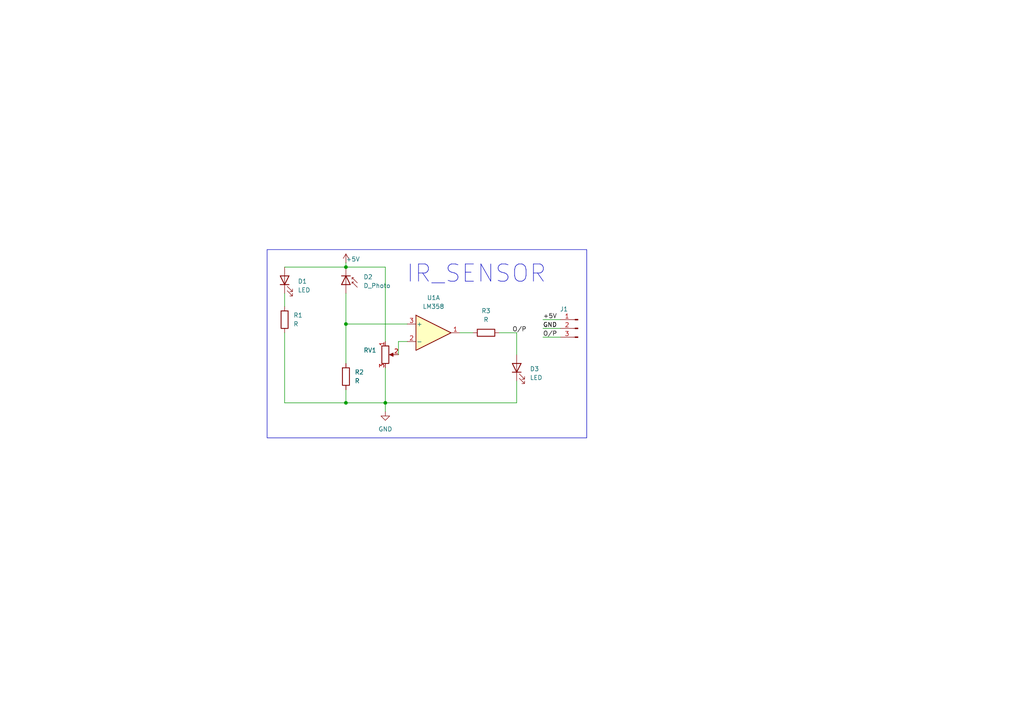
<source format=kicad_sch>
(kicad_sch
	(version 20231120)
	(generator "eeschema")
	(generator_version "8.0")
	(uuid "945f175d-7e58-4d17-87da-ff68f80ecffc")
	(paper "A4")
	(lib_symbols
		(symbol "Amplifier_Operational:LM358"
			(pin_names
				(offset 0.127)
			)
			(exclude_from_sim no)
			(in_bom yes)
			(on_board yes)
			(property "Reference" "U"
				(at 0 5.08 0)
				(effects
					(font
						(size 1.27 1.27)
					)
					(justify left)
				)
			)
			(property "Value" "LM358"
				(at 0 -5.08 0)
				(effects
					(font
						(size 1.27 1.27)
					)
					(justify left)
				)
			)
			(property "Footprint" ""
				(at 0 0 0)
				(effects
					(font
						(size 1.27 1.27)
					)
					(hide yes)
				)
			)
			(property "Datasheet" "http://www.ti.com/lit/ds/symlink/lm2904-n.pdf"
				(at 0 0 0)
				(effects
					(font
						(size 1.27 1.27)
					)
					(hide yes)
				)
			)
			(property "Description" "Low-Power, Dual Operational Amplifiers, DIP-8/SOIC-8/TO-99-8"
				(at 0 0 0)
				(effects
					(font
						(size 1.27 1.27)
					)
					(hide yes)
				)
			)
			(property "ki_locked" ""
				(at 0 0 0)
				(effects
					(font
						(size 1.27 1.27)
					)
				)
			)
			(property "ki_keywords" "dual opamp"
				(at 0 0 0)
				(effects
					(font
						(size 1.27 1.27)
					)
					(hide yes)
				)
			)
			(property "ki_fp_filters" "SOIC*3.9x4.9mm*P1.27mm* DIP*W7.62mm* TO*99* OnSemi*Micro8* TSSOP*3x3mm*P0.65mm* TSSOP*4.4x3mm*P0.65mm* MSOP*3x3mm*P0.65mm* SSOP*3.9x4.9mm*P0.635mm* LFCSP*2x2mm*P0.5mm* *SIP* SOIC*5.3x6.2mm*P1.27mm*"
				(at 0 0 0)
				(effects
					(font
						(size 1.27 1.27)
					)
					(hide yes)
				)
			)
			(symbol "LM358_1_1"
				(polyline
					(pts
						(xy -5.08 5.08) (xy 5.08 0) (xy -5.08 -5.08) (xy -5.08 5.08)
					)
					(stroke
						(width 0.254)
						(type default)
					)
					(fill
						(type background)
					)
				)
				(pin output line
					(at 7.62 0 180)
					(length 2.54)
					(name "~"
						(effects
							(font
								(size 1.27 1.27)
							)
						)
					)
					(number "1"
						(effects
							(font
								(size 1.27 1.27)
							)
						)
					)
				)
				(pin input line
					(at -7.62 -2.54 0)
					(length 2.54)
					(name "-"
						(effects
							(font
								(size 1.27 1.27)
							)
						)
					)
					(number "2"
						(effects
							(font
								(size 1.27 1.27)
							)
						)
					)
				)
				(pin input line
					(at -7.62 2.54 0)
					(length 2.54)
					(name "+"
						(effects
							(font
								(size 1.27 1.27)
							)
						)
					)
					(number "3"
						(effects
							(font
								(size 1.27 1.27)
							)
						)
					)
				)
			)
			(symbol "LM358_2_1"
				(polyline
					(pts
						(xy -5.08 5.08) (xy 5.08 0) (xy -5.08 -5.08) (xy -5.08 5.08)
					)
					(stroke
						(width 0.254)
						(type default)
					)
					(fill
						(type background)
					)
				)
				(pin input line
					(at -7.62 2.54 0)
					(length 2.54)
					(name "+"
						(effects
							(font
								(size 1.27 1.27)
							)
						)
					)
					(number "5"
						(effects
							(font
								(size 1.27 1.27)
							)
						)
					)
				)
				(pin input line
					(at -7.62 -2.54 0)
					(length 2.54)
					(name "-"
						(effects
							(font
								(size 1.27 1.27)
							)
						)
					)
					(number "6"
						(effects
							(font
								(size 1.27 1.27)
							)
						)
					)
				)
				(pin output line
					(at 7.62 0 180)
					(length 2.54)
					(name "~"
						(effects
							(font
								(size 1.27 1.27)
							)
						)
					)
					(number "7"
						(effects
							(font
								(size 1.27 1.27)
							)
						)
					)
				)
			)
			(symbol "LM358_3_1"
				(pin power_in line
					(at -2.54 -7.62 90)
					(length 3.81)
					(name "V-"
						(effects
							(font
								(size 1.27 1.27)
							)
						)
					)
					(number "4"
						(effects
							(font
								(size 1.27 1.27)
							)
						)
					)
				)
				(pin power_in line
					(at -2.54 7.62 270)
					(length 3.81)
					(name "V+"
						(effects
							(font
								(size 1.27 1.27)
							)
						)
					)
					(number "8"
						(effects
							(font
								(size 1.27 1.27)
							)
						)
					)
				)
			)
		)
		(symbol "Connector:Conn_01x03_Pin"
			(pin_names
				(offset 1.016) hide)
			(exclude_from_sim no)
			(in_bom yes)
			(on_board yes)
			(property "Reference" "J"
				(at 0 5.08 0)
				(effects
					(font
						(size 1.27 1.27)
					)
				)
			)
			(property "Value" "Conn_01x03_Pin"
				(at 0 -5.08 0)
				(effects
					(font
						(size 1.27 1.27)
					)
				)
			)
			(property "Footprint" ""
				(at 0 0 0)
				(effects
					(font
						(size 1.27 1.27)
					)
					(hide yes)
				)
			)
			(property "Datasheet" "~"
				(at 0 0 0)
				(effects
					(font
						(size 1.27 1.27)
					)
					(hide yes)
				)
			)
			(property "Description" "Generic connector, single row, 01x03, script generated"
				(at 0 0 0)
				(effects
					(font
						(size 1.27 1.27)
					)
					(hide yes)
				)
			)
			(property "ki_locked" ""
				(at 0 0 0)
				(effects
					(font
						(size 1.27 1.27)
					)
				)
			)
			(property "ki_keywords" "connector"
				(at 0 0 0)
				(effects
					(font
						(size 1.27 1.27)
					)
					(hide yes)
				)
			)
			(property "ki_fp_filters" "Connector*:*_1x??_*"
				(at 0 0 0)
				(effects
					(font
						(size 1.27 1.27)
					)
					(hide yes)
				)
			)
			(symbol "Conn_01x03_Pin_1_1"
				(polyline
					(pts
						(xy 1.27 -2.54) (xy 0.8636 -2.54)
					)
					(stroke
						(width 0.1524)
						(type default)
					)
					(fill
						(type none)
					)
				)
				(polyline
					(pts
						(xy 1.27 0) (xy 0.8636 0)
					)
					(stroke
						(width 0.1524)
						(type default)
					)
					(fill
						(type none)
					)
				)
				(polyline
					(pts
						(xy 1.27 2.54) (xy 0.8636 2.54)
					)
					(stroke
						(width 0.1524)
						(type default)
					)
					(fill
						(type none)
					)
				)
				(rectangle
					(start 0.8636 -2.413)
					(end 0 -2.667)
					(stroke
						(width 0.1524)
						(type default)
					)
					(fill
						(type outline)
					)
				)
				(rectangle
					(start 0.8636 0.127)
					(end 0 -0.127)
					(stroke
						(width 0.1524)
						(type default)
					)
					(fill
						(type outline)
					)
				)
				(rectangle
					(start 0.8636 2.667)
					(end 0 2.413)
					(stroke
						(width 0.1524)
						(type default)
					)
					(fill
						(type outline)
					)
				)
				(pin passive line
					(at 5.08 2.54 180)
					(length 3.81)
					(name "Pin_1"
						(effects
							(font
								(size 1.27 1.27)
							)
						)
					)
					(number "1"
						(effects
							(font
								(size 1.27 1.27)
							)
						)
					)
				)
				(pin passive line
					(at 5.08 0 180)
					(length 3.81)
					(name "Pin_2"
						(effects
							(font
								(size 1.27 1.27)
							)
						)
					)
					(number "2"
						(effects
							(font
								(size 1.27 1.27)
							)
						)
					)
				)
				(pin passive line
					(at 5.08 -2.54 180)
					(length 3.81)
					(name "Pin_3"
						(effects
							(font
								(size 1.27 1.27)
							)
						)
					)
					(number "3"
						(effects
							(font
								(size 1.27 1.27)
							)
						)
					)
				)
			)
		)
		(symbol "Device:D_Photo"
			(pin_numbers hide)
			(pin_names hide)
			(exclude_from_sim no)
			(in_bom yes)
			(on_board yes)
			(property "Reference" "D"
				(at 0.508 1.778 0)
				(effects
					(font
						(size 1.27 1.27)
					)
					(justify left)
				)
			)
			(property "Value" "D_Photo"
				(at -1.016 -2.794 0)
				(effects
					(font
						(size 1.27 1.27)
					)
				)
			)
			(property "Footprint" ""
				(at -1.27 0 0)
				(effects
					(font
						(size 1.27 1.27)
					)
					(hide yes)
				)
			)
			(property "Datasheet" "~"
				(at -1.27 0 0)
				(effects
					(font
						(size 1.27 1.27)
					)
					(hide yes)
				)
			)
			(property "Description" "Photodiode"
				(at 0 0 0)
				(effects
					(font
						(size 1.27 1.27)
					)
					(hide yes)
				)
			)
			(property "ki_keywords" "photodiode diode opto"
				(at 0 0 0)
				(effects
					(font
						(size 1.27 1.27)
					)
					(hide yes)
				)
			)
			(symbol "D_Photo_0_1"
				(polyline
					(pts
						(xy -2.54 1.27) (xy -2.54 -1.27)
					)
					(stroke
						(width 0.254)
						(type default)
					)
					(fill
						(type none)
					)
				)
				(polyline
					(pts
						(xy -2.032 1.778) (xy -1.524 1.778)
					)
					(stroke
						(width 0)
						(type default)
					)
					(fill
						(type none)
					)
				)
				(polyline
					(pts
						(xy 0 0) (xy -2.54 0)
					)
					(stroke
						(width 0)
						(type default)
					)
					(fill
						(type none)
					)
				)
				(polyline
					(pts
						(xy -0.508 3.302) (xy -2.032 1.778) (xy -2.032 2.286)
					)
					(stroke
						(width 0)
						(type default)
					)
					(fill
						(type none)
					)
				)
				(polyline
					(pts
						(xy 0 -1.27) (xy 0 1.27) (xy -2.54 0) (xy 0 -1.27)
					)
					(stroke
						(width 0.254)
						(type default)
					)
					(fill
						(type none)
					)
				)
				(polyline
					(pts
						(xy 0.762 3.302) (xy -0.762 1.778) (xy -0.762 2.286) (xy -0.762 1.778) (xy -0.254 1.778)
					)
					(stroke
						(width 0)
						(type default)
					)
					(fill
						(type none)
					)
				)
			)
			(symbol "D_Photo_1_1"
				(pin passive line
					(at -5.08 0 0)
					(length 2.54)
					(name "K"
						(effects
							(font
								(size 1.27 1.27)
							)
						)
					)
					(number "1"
						(effects
							(font
								(size 1.27 1.27)
							)
						)
					)
				)
				(pin passive line
					(at 2.54 0 180)
					(length 2.54)
					(name "A"
						(effects
							(font
								(size 1.27 1.27)
							)
						)
					)
					(number "2"
						(effects
							(font
								(size 1.27 1.27)
							)
						)
					)
				)
			)
		)
		(symbol "Device:LED"
			(pin_numbers hide)
			(pin_names
				(offset 1.016) hide)
			(exclude_from_sim no)
			(in_bom yes)
			(on_board yes)
			(property "Reference" "D"
				(at 0 2.54 0)
				(effects
					(font
						(size 1.27 1.27)
					)
				)
			)
			(property "Value" "LED"
				(at 0 -2.54 0)
				(effects
					(font
						(size 1.27 1.27)
					)
				)
			)
			(property "Footprint" ""
				(at 0 0 0)
				(effects
					(font
						(size 1.27 1.27)
					)
					(hide yes)
				)
			)
			(property "Datasheet" "~"
				(at 0 0 0)
				(effects
					(font
						(size 1.27 1.27)
					)
					(hide yes)
				)
			)
			(property "Description" "Light emitting diode"
				(at 0 0 0)
				(effects
					(font
						(size 1.27 1.27)
					)
					(hide yes)
				)
			)
			(property "ki_keywords" "LED diode"
				(at 0 0 0)
				(effects
					(font
						(size 1.27 1.27)
					)
					(hide yes)
				)
			)
			(property "ki_fp_filters" "LED* LED_SMD:* LED_THT:*"
				(at 0 0 0)
				(effects
					(font
						(size 1.27 1.27)
					)
					(hide yes)
				)
			)
			(symbol "LED_0_1"
				(polyline
					(pts
						(xy -1.27 -1.27) (xy -1.27 1.27)
					)
					(stroke
						(width 0.254)
						(type default)
					)
					(fill
						(type none)
					)
				)
				(polyline
					(pts
						(xy -1.27 0) (xy 1.27 0)
					)
					(stroke
						(width 0)
						(type default)
					)
					(fill
						(type none)
					)
				)
				(polyline
					(pts
						(xy 1.27 -1.27) (xy 1.27 1.27) (xy -1.27 0) (xy 1.27 -1.27)
					)
					(stroke
						(width 0.254)
						(type default)
					)
					(fill
						(type none)
					)
				)
				(polyline
					(pts
						(xy -3.048 -0.762) (xy -4.572 -2.286) (xy -3.81 -2.286) (xy -4.572 -2.286) (xy -4.572 -1.524)
					)
					(stroke
						(width 0)
						(type default)
					)
					(fill
						(type none)
					)
				)
				(polyline
					(pts
						(xy -1.778 -0.762) (xy -3.302 -2.286) (xy -2.54 -2.286) (xy -3.302 -2.286) (xy -3.302 -1.524)
					)
					(stroke
						(width 0)
						(type default)
					)
					(fill
						(type none)
					)
				)
			)
			(symbol "LED_1_1"
				(pin passive line
					(at -3.81 0 0)
					(length 2.54)
					(name "K"
						(effects
							(font
								(size 1.27 1.27)
							)
						)
					)
					(number "1"
						(effects
							(font
								(size 1.27 1.27)
							)
						)
					)
				)
				(pin passive line
					(at 3.81 0 180)
					(length 2.54)
					(name "A"
						(effects
							(font
								(size 1.27 1.27)
							)
						)
					)
					(number "2"
						(effects
							(font
								(size 1.27 1.27)
							)
						)
					)
				)
			)
		)
		(symbol "Device:R"
			(pin_numbers hide)
			(pin_names
				(offset 0)
			)
			(exclude_from_sim no)
			(in_bom yes)
			(on_board yes)
			(property "Reference" "R"
				(at 2.032 0 90)
				(effects
					(font
						(size 1.27 1.27)
					)
				)
			)
			(property "Value" "R"
				(at 0 0 90)
				(effects
					(font
						(size 1.27 1.27)
					)
				)
			)
			(property "Footprint" ""
				(at -1.778 0 90)
				(effects
					(font
						(size 1.27 1.27)
					)
					(hide yes)
				)
			)
			(property "Datasheet" "~"
				(at 0 0 0)
				(effects
					(font
						(size 1.27 1.27)
					)
					(hide yes)
				)
			)
			(property "Description" "Resistor"
				(at 0 0 0)
				(effects
					(font
						(size 1.27 1.27)
					)
					(hide yes)
				)
			)
			(property "ki_keywords" "R res resistor"
				(at 0 0 0)
				(effects
					(font
						(size 1.27 1.27)
					)
					(hide yes)
				)
			)
			(property "ki_fp_filters" "R_*"
				(at 0 0 0)
				(effects
					(font
						(size 1.27 1.27)
					)
					(hide yes)
				)
			)
			(symbol "R_0_1"
				(rectangle
					(start -1.016 -2.54)
					(end 1.016 2.54)
					(stroke
						(width 0.254)
						(type default)
					)
					(fill
						(type none)
					)
				)
			)
			(symbol "R_1_1"
				(pin passive line
					(at 0 3.81 270)
					(length 1.27)
					(name "~"
						(effects
							(font
								(size 1.27 1.27)
							)
						)
					)
					(number "1"
						(effects
							(font
								(size 1.27 1.27)
							)
						)
					)
				)
				(pin passive line
					(at 0 -3.81 90)
					(length 1.27)
					(name "~"
						(effects
							(font
								(size 1.27 1.27)
							)
						)
					)
					(number "2"
						(effects
							(font
								(size 1.27 1.27)
							)
						)
					)
				)
			)
		)
		(symbol "Device:R_Potentiometer"
			(pin_names
				(offset 1.016) hide)
			(exclude_from_sim no)
			(in_bom yes)
			(on_board yes)
			(property "Reference" "RV"
				(at -4.445 0 90)
				(effects
					(font
						(size 1.27 1.27)
					)
				)
			)
			(property "Value" "R_Potentiometer"
				(at -2.54 0 90)
				(effects
					(font
						(size 1.27 1.27)
					)
				)
			)
			(property "Footprint" ""
				(at 0 0 0)
				(effects
					(font
						(size 1.27 1.27)
					)
					(hide yes)
				)
			)
			(property "Datasheet" "~"
				(at 0 0 0)
				(effects
					(font
						(size 1.27 1.27)
					)
					(hide yes)
				)
			)
			(property "Description" "Potentiometer"
				(at 0 0 0)
				(effects
					(font
						(size 1.27 1.27)
					)
					(hide yes)
				)
			)
			(property "ki_keywords" "resistor variable"
				(at 0 0 0)
				(effects
					(font
						(size 1.27 1.27)
					)
					(hide yes)
				)
			)
			(property "ki_fp_filters" "Potentiometer*"
				(at 0 0 0)
				(effects
					(font
						(size 1.27 1.27)
					)
					(hide yes)
				)
			)
			(symbol "R_Potentiometer_0_1"
				(polyline
					(pts
						(xy 2.54 0) (xy 1.524 0)
					)
					(stroke
						(width 0)
						(type default)
					)
					(fill
						(type none)
					)
				)
				(polyline
					(pts
						(xy 1.143 0) (xy 2.286 0.508) (xy 2.286 -0.508) (xy 1.143 0)
					)
					(stroke
						(width 0)
						(type default)
					)
					(fill
						(type outline)
					)
				)
				(rectangle
					(start 1.016 2.54)
					(end -1.016 -2.54)
					(stroke
						(width 0.254)
						(type default)
					)
					(fill
						(type none)
					)
				)
			)
			(symbol "R_Potentiometer_1_1"
				(pin passive line
					(at 0 3.81 270)
					(length 1.27)
					(name "1"
						(effects
							(font
								(size 1.27 1.27)
							)
						)
					)
					(number "1"
						(effects
							(font
								(size 1.27 1.27)
							)
						)
					)
				)
				(pin passive line
					(at 3.81 0 180)
					(length 1.27)
					(name "2"
						(effects
							(font
								(size 1.27 1.27)
							)
						)
					)
					(number "2"
						(effects
							(font
								(size 1.27 1.27)
							)
						)
					)
				)
				(pin passive line
					(at 0 -3.81 90)
					(length 1.27)
					(name "3"
						(effects
							(font
								(size 1.27 1.27)
							)
						)
					)
					(number "3"
						(effects
							(font
								(size 1.27 1.27)
							)
						)
					)
				)
			)
		)
		(symbol "power:+5V"
			(power)
			(pin_numbers hide)
			(pin_names
				(offset 0) hide)
			(exclude_from_sim no)
			(in_bom yes)
			(on_board yes)
			(property "Reference" "#PWR"
				(at 0 -3.81 0)
				(effects
					(font
						(size 1.27 1.27)
					)
					(hide yes)
				)
			)
			(property "Value" "+5V"
				(at 0 3.556 0)
				(effects
					(font
						(size 1.27 1.27)
					)
				)
			)
			(property "Footprint" ""
				(at 0 0 0)
				(effects
					(font
						(size 1.27 1.27)
					)
					(hide yes)
				)
			)
			(property "Datasheet" ""
				(at 0 0 0)
				(effects
					(font
						(size 1.27 1.27)
					)
					(hide yes)
				)
			)
			(property "Description" "Power symbol creates a global label with name \"+5V\""
				(at 0 0 0)
				(effects
					(font
						(size 1.27 1.27)
					)
					(hide yes)
				)
			)
			(property "ki_keywords" "global power"
				(at 0 0 0)
				(effects
					(font
						(size 1.27 1.27)
					)
					(hide yes)
				)
			)
			(symbol "+5V_0_1"
				(polyline
					(pts
						(xy -0.762 1.27) (xy 0 2.54)
					)
					(stroke
						(width 0)
						(type default)
					)
					(fill
						(type none)
					)
				)
				(polyline
					(pts
						(xy 0 0) (xy 0 2.54)
					)
					(stroke
						(width 0)
						(type default)
					)
					(fill
						(type none)
					)
				)
				(polyline
					(pts
						(xy 0 2.54) (xy 0.762 1.27)
					)
					(stroke
						(width 0)
						(type default)
					)
					(fill
						(type none)
					)
				)
			)
			(symbol "+5V_1_1"
				(pin power_in line
					(at 0 0 90)
					(length 0)
					(name "~"
						(effects
							(font
								(size 1.27 1.27)
							)
						)
					)
					(number "1"
						(effects
							(font
								(size 1.27 1.27)
							)
						)
					)
				)
			)
		)
		(symbol "power:GND"
			(power)
			(pin_numbers hide)
			(pin_names
				(offset 0) hide)
			(exclude_from_sim no)
			(in_bom yes)
			(on_board yes)
			(property "Reference" "#PWR"
				(at 0 -6.35 0)
				(effects
					(font
						(size 1.27 1.27)
					)
					(hide yes)
				)
			)
			(property "Value" "GND"
				(at 0 -3.81 0)
				(effects
					(font
						(size 1.27 1.27)
					)
				)
			)
			(property "Footprint" ""
				(at 0 0 0)
				(effects
					(font
						(size 1.27 1.27)
					)
					(hide yes)
				)
			)
			(property "Datasheet" ""
				(at 0 0 0)
				(effects
					(font
						(size 1.27 1.27)
					)
					(hide yes)
				)
			)
			(property "Description" "Power symbol creates a global label with name \"GND\" , ground"
				(at 0 0 0)
				(effects
					(font
						(size 1.27 1.27)
					)
					(hide yes)
				)
			)
			(property "ki_keywords" "global power"
				(at 0 0 0)
				(effects
					(font
						(size 1.27 1.27)
					)
					(hide yes)
				)
			)
			(symbol "GND_0_1"
				(polyline
					(pts
						(xy 0 0) (xy 0 -1.27) (xy 1.27 -1.27) (xy 0 -2.54) (xy -1.27 -1.27) (xy 0 -1.27)
					)
					(stroke
						(width 0)
						(type default)
					)
					(fill
						(type none)
					)
				)
			)
			(symbol "GND_1_1"
				(pin power_in line
					(at 0 0 270)
					(length 0)
					(name "~"
						(effects
							(font
								(size 1.27 1.27)
							)
						)
					)
					(number "1"
						(effects
							(font
								(size 1.27 1.27)
							)
						)
					)
				)
			)
		)
	)
	(junction
		(at 100.33 116.84)
		(diameter 0)
		(color 0 0 0 0)
		(uuid "27dfb5db-3a99-4399-8419-d95fd141e909")
	)
	(junction
		(at 100.33 77.47)
		(diameter 0)
		(color 0 0 0 0)
		(uuid "89e54d5f-a194-49c7-9f27-96bf184f4a29")
	)
	(junction
		(at 111.76 116.84)
		(diameter 0)
		(color 0 0 0 0)
		(uuid "b11423d2-0988-45f8-a028-e94570966f76")
	)
	(junction
		(at 100.33 93.98)
		(diameter 0)
		(color 0 0 0 0)
		(uuid "fd5c982c-c435-4469-a674-c355098f30fa")
	)
	(wire
		(pts
			(xy 157.48 92.71) (xy 162.56 92.71)
		)
		(stroke
			(width 0)
			(type default)
		)
		(uuid "00e5a6dd-79d5-4a48-ad8c-7c1890a2fdc5")
	)
	(wire
		(pts
			(xy 149.86 110.49) (xy 149.86 116.84)
		)
		(stroke
			(width 0)
			(type default)
		)
		(uuid "01607c94-8233-4508-a9e7-9695922e35bc")
	)
	(wire
		(pts
			(xy 100.33 116.84) (xy 111.76 116.84)
		)
		(stroke
			(width 0)
			(type default)
		)
		(uuid "12789a6a-c10b-4647-ae76-7beba9c4f185")
	)
	(wire
		(pts
			(xy 82.55 116.84) (xy 82.55 96.52)
		)
		(stroke
			(width 0)
			(type default)
		)
		(uuid "1846542f-3d87-4a3e-8571-ede001542c0e")
	)
	(wire
		(pts
			(xy 111.76 77.47) (xy 100.33 77.47)
		)
		(stroke
			(width 0)
			(type default)
		)
		(uuid "2ba96f2a-88c4-439e-923f-87b3e3833a0e")
	)
	(wire
		(pts
			(xy 157.48 97.79) (xy 162.56 97.79)
		)
		(stroke
			(width 0)
			(type default)
		)
		(uuid "2e92f4fa-3d14-448c-a9da-c0cfe384ceb4")
	)
	(wire
		(pts
			(xy 82.55 77.47) (xy 100.33 77.47)
		)
		(stroke
			(width 0)
			(type default)
		)
		(uuid "33d292bd-0bd6-4786-89f4-daafbabea42d")
	)
	(wire
		(pts
			(xy 100.33 113.03) (xy 100.33 116.84)
		)
		(stroke
			(width 0)
			(type default)
		)
		(uuid "515d69d9-2f1f-456e-b1c7-05f1691df129")
	)
	(wire
		(pts
			(xy 118.11 93.98) (xy 100.33 93.98)
		)
		(stroke
			(width 0)
			(type default)
		)
		(uuid "7763b3e9-a834-47fc-aade-280956e77304")
	)
	(wire
		(pts
			(xy 100.33 85.09) (xy 100.33 93.98)
		)
		(stroke
			(width 0)
			(type default)
		)
		(uuid "78c40cf9-577b-47d2-9157-ef9b89f6f0d3")
	)
	(wire
		(pts
			(xy 82.55 116.84) (xy 100.33 116.84)
		)
		(stroke
			(width 0)
			(type default)
		)
		(uuid "84a3f418-4410-4055-a03d-45cfa7216739")
	)
	(wire
		(pts
			(xy 149.86 96.52) (xy 149.86 102.87)
		)
		(stroke
			(width 0)
			(type default)
		)
		(uuid "878f6b4a-7b3b-48b3-8173-046b9423aa5f")
	)
	(wire
		(pts
			(xy 133.35 96.52) (xy 137.16 96.52)
		)
		(stroke
			(width 0)
			(type default)
		)
		(uuid "98efd9eb-d039-452b-a136-d610eb2aa945")
	)
	(wire
		(pts
			(xy 100.33 76.2) (xy 100.33 77.47)
		)
		(stroke
			(width 0)
			(type default)
		)
		(uuid "b90c04ad-b31f-42a4-91b8-a32d36546e4c")
	)
	(wire
		(pts
			(xy 157.48 95.25) (xy 162.56 95.25)
		)
		(stroke
			(width 0)
			(type default)
		)
		(uuid "badefe27-e460-49a3-bf0c-66f50e38d816")
	)
	(wire
		(pts
			(xy 111.76 99.06) (xy 111.76 77.47)
		)
		(stroke
			(width 0)
			(type default)
		)
		(uuid "bf181a77-5022-4a91-9d70-0faf06c35f7e")
	)
	(wire
		(pts
			(xy 111.76 106.68) (xy 111.76 116.84)
		)
		(stroke
			(width 0)
			(type default)
		)
		(uuid "c11cc8fe-7d32-4cdb-a69f-e827a8436ee9")
	)
	(wire
		(pts
			(xy 115.57 102.87) (xy 115.57 99.06)
		)
		(stroke
			(width 0)
			(type default)
		)
		(uuid "c23939ba-a3e2-42d9-ad12-154d88f04ab3")
	)
	(wire
		(pts
			(xy 82.55 85.09) (xy 82.55 88.9)
		)
		(stroke
			(width 0)
			(type default)
		)
		(uuid "cb9e5cab-7ebb-41c4-87db-ca0097eb4364")
	)
	(wire
		(pts
			(xy 111.76 119.38) (xy 111.76 116.84)
		)
		(stroke
			(width 0)
			(type default)
		)
		(uuid "df2c79ce-5303-4952-9779-491fd7382f08")
	)
	(wire
		(pts
			(xy 144.78 96.52) (xy 149.86 96.52)
		)
		(stroke
			(width 0)
			(type default)
		)
		(uuid "e164d571-a21d-4827-8c63-2711e9070ffb")
	)
	(wire
		(pts
			(xy 100.33 93.98) (xy 100.33 105.41)
		)
		(stroke
			(width 0)
			(type default)
		)
		(uuid "e24e2ad3-4e20-4758-94dd-e0e837be3d7a")
	)
	(wire
		(pts
			(xy 149.86 116.84) (xy 111.76 116.84)
		)
		(stroke
			(width 0)
			(type default)
		)
		(uuid "ed179c69-af98-4550-8f23-b58d4aa56e13")
	)
	(wire
		(pts
			(xy 115.57 99.06) (xy 118.11 99.06)
		)
		(stroke
			(width 0)
			(type default)
		)
		(uuid "ffccc4d2-9935-4d7b-b9fd-98bb223a8fb9")
	)
	(rectangle
		(start 77.47 72.39)
		(end 170.18 127)
		(stroke
			(width 0)
			(type default)
		)
		(fill
			(type none)
		)
		(uuid 13bfc75b-9a13-4fca-ab0f-e0a8f5dc93ec)
	)
	(text "IR_SENSOR"
		(exclude_from_sim no)
		(at 138.176 79.502 0)
		(effects
			(font
				(size 5 5)
			)
		)
		(uuid "156e947e-e599-4100-a3a5-84df028571ff")
	)
	(label "GND"
		(at 157.48 95.25 0)
		(fields_autoplaced yes)
		(effects
			(font
				(size 1.27 1.27)
			)
			(justify left bottom)
		)
		(uuid "18119079-02b1-4318-95c2-0ff8080be490")
	)
	(label "O{slash}P"
		(at 157.48 97.79 0)
		(fields_autoplaced yes)
		(effects
			(font
				(size 1.27 1.27)
			)
			(justify left bottom)
		)
		(uuid "3c9df27f-2376-4648-8c40-31cf2eb5a7ac")
	)
	(label "O{slash}P"
		(at 148.59 96.52 0)
		(fields_autoplaced yes)
		(effects
			(font
				(size 1.27 1.27)
			)
			(justify left bottom)
		)
		(uuid "64da4b8f-7cb8-4495-9f8a-1807ad0005d3")
	)
	(label "+5V"
		(at 157.48 92.71 0)
		(fields_autoplaced yes)
		(effects
			(font
				(size 1.27 1.27)
			)
			(justify left bottom)
		)
		(uuid "b654ff08-65b8-4349-94d1-d9f98e57671a")
	)
	(label "GND"
		(at 157.48 95.25 0)
		(fields_autoplaced yes)
		(effects
			(font
				(size 1.27 1.27)
			)
			(justify left bottom)
		)
		(uuid "d6123834-be79-49a7-beba-646f326a1ed8")
	)
	(symbol
		(lib_id "power:+5V")
		(at 100.33 76.2 0)
		(unit 1)
		(exclude_from_sim no)
		(in_bom yes)
		(on_board yes)
		(dnp no)
		(uuid "20f198a4-2ae9-4e97-ab05-c0c533581feb")
		(property "Reference" "#PWR02"
			(at 100.33 80.01 0)
			(effects
				(font
					(size 1.27 1.27)
				)
				(hide yes)
			)
		)
		(property "Value" "+5V"
			(at 102.362 75.184 0)
			(effects
				(font
					(size 1.27 1.27)
				)
			)
		)
		(property "Footprint" ""
			(at 100.33 76.2 0)
			(effects
				(font
					(size 1.27 1.27)
				)
				(hide yes)
			)
		)
		(property "Datasheet" ""
			(at 100.33 76.2 0)
			(effects
				(font
					(size 1.27 1.27)
				)
				(hide yes)
			)
		)
		(property "Description" "Power symbol creates a global label with name \"+5V\""
			(at 100.33 76.2 0)
			(effects
				(font
					(size 1.27 1.27)
				)
				(hide yes)
			)
		)
		(pin "1"
			(uuid "a76222a2-02f0-4730-9896-fadd13fb28fb")
		)
		(instances
			(project "IR_sensor"
				(path "/945f175d-7e58-4d17-87da-ff68f80ecffc"
					(reference "#PWR02")
					(unit 1)
				)
			)
		)
	)
	(symbol
		(lib_id "Device:R")
		(at 100.33 109.22 0)
		(unit 1)
		(exclude_from_sim no)
		(in_bom yes)
		(on_board yes)
		(dnp no)
		(fields_autoplaced yes)
		(uuid "2f5f3698-2229-4d5a-8d70-8511d50862ec")
		(property "Reference" "R2"
			(at 102.87 107.9499 0)
			(effects
				(font
					(size 1.27 1.27)
				)
				(justify left)
			)
		)
		(property "Value" "R"
			(at 102.87 110.4899 0)
			(effects
				(font
					(size 1.27 1.27)
				)
				(justify left)
			)
		)
		(property "Footprint" "Resistor_SMD:R_0805_2012Metric"
			(at 98.552 109.22 90)
			(effects
				(font
					(size 1.27 1.27)
				)
				(hide yes)
			)
		)
		(property "Datasheet" "~"
			(at 100.33 109.22 0)
			(effects
				(font
					(size 1.27 1.27)
				)
				(hide yes)
			)
		)
		(property "Description" "Resistor"
			(at 100.33 109.22 0)
			(effects
				(font
					(size 1.27 1.27)
				)
				(hide yes)
			)
		)
		(pin "1"
			(uuid "aff7c21f-b8f4-48ed-bcd6-e5481007d183")
		)
		(pin "2"
			(uuid "a0c22282-f069-49cb-8754-2634ccfaf995")
		)
		(instances
			(project "IR_sensor"
				(path "/945f175d-7e58-4d17-87da-ff68f80ecffc"
					(reference "R2")
					(unit 1)
				)
			)
		)
	)
	(symbol
		(lib_id "power:GND")
		(at 111.76 119.38 0)
		(unit 1)
		(exclude_from_sim no)
		(in_bom yes)
		(on_board yes)
		(dnp no)
		(uuid "588d1ac1-ed5a-4815-b592-77e400030288")
		(property "Reference" "#PWR01"
			(at 111.76 125.73 0)
			(effects
				(font
					(size 1.27 1.27)
				)
				(hide yes)
			)
		)
		(property "Value" "GND"
			(at 111.76 124.46 0)
			(effects
				(font
					(size 1.27 1.27)
				)
			)
		)
		(property "Footprint" ""
			(at 111.76 119.38 0)
			(effects
				(font
					(size 1.27 1.27)
				)
				(hide yes)
			)
		)
		(property "Datasheet" ""
			(at 111.76 119.38 0)
			(effects
				(font
					(size 1.27 1.27)
				)
				(hide yes)
			)
		)
		(property "Description" "Power symbol creates a global label with name \"GND\" , ground"
			(at 111.76 119.38 0)
			(effects
				(font
					(size 1.27 1.27)
				)
				(hide yes)
			)
		)
		(pin "1"
			(uuid "f570fc50-df6a-41d8-ba78-7cc0240dba88")
		)
		(instances
			(project "IR_sensor"
				(path "/945f175d-7e58-4d17-87da-ff68f80ecffc"
					(reference "#PWR01")
					(unit 1)
				)
			)
		)
	)
	(symbol
		(lib_id "Device:R")
		(at 140.97 96.52 90)
		(unit 1)
		(exclude_from_sim no)
		(in_bom yes)
		(on_board yes)
		(dnp no)
		(fields_autoplaced yes)
		(uuid "65f31f6a-0018-4d52-b15f-e9b7f9fc0522")
		(property "Reference" "R3"
			(at 140.97 90.17 90)
			(effects
				(font
					(size 1.27 1.27)
				)
			)
		)
		(property "Value" "R"
			(at 140.97 92.71 90)
			(effects
				(font
					(size 1.27 1.27)
				)
			)
		)
		(property "Footprint" "Resistor_SMD:R_0805_2012Metric"
			(at 140.97 98.298 90)
			(effects
				(font
					(size 1.27 1.27)
				)
				(hide yes)
			)
		)
		(property "Datasheet" "~"
			(at 140.97 96.52 0)
			(effects
				(font
					(size 1.27 1.27)
				)
				(hide yes)
			)
		)
		(property "Description" "Resistor"
			(at 140.97 96.52 0)
			(effects
				(font
					(size 1.27 1.27)
				)
				(hide yes)
			)
		)
		(pin "2"
			(uuid "69d870e7-0518-41e7-a898-3c0f8cbc0cef")
		)
		(pin "1"
			(uuid "8e7526c2-dc8b-47de-a28d-b387802ffd7a")
		)
		(instances
			(project "IR_sensor"
				(path "/945f175d-7e58-4d17-87da-ff68f80ecffc"
					(reference "R3")
					(unit 1)
				)
			)
		)
	)
	(symbol
		(lib_id "Device:R_Potentiometer")
		(at 111.76 102.87 0)
		(unit 1)
		(exclude_from_sim no)
		(in_bom yes)
		(on_board yes)
		(dnp no)
		(fields_autoplaced yes)
		(uuid "6febae07-c25c-421f-a56b-aebae08856b7")
		(property "Reference" "RV1"
			(at 109.22 101.5999 0)
			(effects
				(font
					(size 1.27 1.27)
				)
				(justify right)
			)
		)
		(property "Value" "R_Potentiometer"
			(at 109.22 104.1399 0)
			(effects
				(font
					(size 1.27 1.27)
				)
				(justify right)
				(hide yes)
			)
		)
		(property "Footprint" "Potentiometer_SMD:Potentiometer_ACP_CA9-VSMD_Vertical"
			(at 111.76 102.87 0)
			(effects
				(font
					(size 1.27 1.27)
				)
				(hide yes)
			)
		)
		(property "Datasheet" "~"
			(at 111.76 102.87 0)
			(effects
				(font
					(size 1.27 1.27)
				)
				(hide yes)
			)
		)
		(property "Description" "Potentiometer"
			(at 111.76 102.87 0)
			(effects
				(font
					(size 1.27 1.27)
				)
				(hide yes)
			)
		)
		(pin "3"
			(uuid "8bbf538d-cb53-4ddb-bcf1-724c4b406109")
		)
		(pin "1"
			(uuid "4aab57ac-041b-41f5-88d3-f5b01b353600")
		)
		(pin "2"
			(uuid "f7716132-f8eb-410b-bf86-fadd72a6d765")
		)
		(instances
			(project "IR_sensor"
				(path "/945f175d-7e58-4d17-87da-ff68f80ecffc"
					(reference "RV1")
					(unit 1)
				)
			)
		)
	)
	(symbol
		(lib_id "Amplifier_Operational:LM358")
		(at 125.73 96.52 0)
		(unit 1)
		(exclude_from_sim no)
		(in_bom yes)
		(on_board yes)
		(dnp no)
		(fields_autoplaced yes)
		(uuid "82958a86-7715-4a1c-9672-8e86ee964ede")
		(property "Reference" "U1"
			(at 125.73 86.36 0)
			(effects
				(font
					(size 1.27 1.27)
				)
			)
		)
		(property "Value" "LM358"
			(at 125.73 88.9 0)
			(effects
				(font
					(size 1.27 1.27)
				)
			)
		)
		(property "Footprint" "Package_SO:HSOP-8-1EP_3.9x4.9mm_P1.27mm_EP2.41x3.1mm_ThermalVias"
			(at 125.73 96.52 0)
			(effects
				(font
					(size 1.27 1.27)
				)
				(hide yes)
			)
		)
		(property "Datasheet" "http://www.ti.com/lit/ds/symlink/lm2904-n.pdf"
			(at 125.73 96.52 0)
			(effects
				(font
					(size 1.27 1.27)
				)
				(hide yes)
			)
		)
		(property "Description" "Low-Power, Dual Operational Amplifiers, DIP-8/SOIC-8/TO-99-8"
			(at 125.73 96.52 0)
			(effects
				(font
					(size 1.27 1.27)
				)
				(hide yes)
			)
		)
		(pin "6"
			(uuid "b6e3f6c7-e0b1-419a-bc3b-9f3f121541d9")
		)
		(pin "1"
			(uuid "b6019f11-9714-45fb-9fe2-ab0353fb08e4")
		)
		(pin "2"
			(uuid "ef0aa1d9-b211-40f7-ba37-100404bdb375")
		)
		(pin "8"
			(uuid "1e313ab6-d373-477c-8b02-6a50bc331266")
		)
		(pin "7"
			(uuid "55355aa7-a648-4b9c-8ea7-5b9b76768f58")
		)
		(pin "4"
			(uuid "9c5476bd-43aa-49f6-9876-461c279da057")
		)
		(pin "3"
			(uuid "2fa50063-4e77-45c7-a879-f99aef53f9d6")
		)
		(pin "5"
			(uuid "01b97cfa-5158-4a6d-8412-981229583982")
		)
		(instances
			(project "IR_sensor"
				(path "/945f175d-7e58-4d17-87da-ff68f80ecffc"
					(reference "U1")
					(unit 1)
				)
			)
		)
	)
	(symbol
		(lib_id "Device:LED")
		(at 149.86 106.68 90)
		(unit 1)
		(exclude_from_sim no)
		(in_bom yes)
		(on_board yes)
		(dnp no)
		(fields_autoplaced yes)
		(uuid "91139369-e6a6-49a8-aafb-88856bd23372")
		(property "Reference" "D3"
			(at 153.67 106.9974 90)
			(effects
				(font
					(size 1.27 1.27)
				)
				(justify right)
			)
		)
		(property "Value" "LED"
			(at 153.67 109.5374 90)
			(effects
				(font
					(size 1.27 1.27)
				)
				(justify right)
			)
		)
		(property "Footprint" "LED_SMD:LED_0402_1005Metric"
			(at 149.86 106.68 0)
			(effects
				(font
					(size 1.27 1.27)
				)
				(hide yes)
			)
		)
		(property "Datasheet" "~"
			(at 149.86 106.68 0)
			(effects
				(font
					(size 1.27 1.27)
				)
				(hide yes)
			)
		)
		(property "Description" "Light emitting diode"
			(at 149.86 106.68 0)
			(effects
				(font
					(size 1.27 1.27)
				)
				(hide yes)
			)
		)
		(pin "1"
			(uuid "be82a4d1-c199-4e98-bb7f-8be7ae4c735a")
		)
		(pin "2"
			(uuid "b039b9ce-98c9-4aed-ab51-1c76bb0a623c")
		)
		(instances
			(project "IR_sensor"
				(path "/945f175d-7e58-4d17-87da-ff68f80ecffc"
					(reference "D3")
					(unit 1)
				)
			)
		)
	)
	(symbol
		(lib_id "Connector:Conn_01x03_Pin")
		(at 167.64 95.25 0)
		(mirror y)
		(unit 1)
		(exclude_from_sim no)
		(in_bom yes)
		(on_board yes)
		(dnp no)
		(uuid "a5c7fab3-b025-4e99-b53b-75df612ee5af")
		(property "Reference" "J1"
			(at 163.576 89.662 0)
			(effects
				(font
					(size 1.27 1.27)
				)
			)
		)
		(property "Value" "Conn_01x03_Pin"
			(at 167.005 90.17 0)
			(effects
				(font
					(size 1.27 1.27)
				)
				(hide yes)
			)
		)
		(property "Footprint" "Connector_PinHeader_2.54mm:PinHeader_1x03_P2.54mm_Vertical"
			(at 167.64 95.25 0)
			(effects
				(font
					(size 1.27 1.27)
				)
				(hide yes)
			)
		)
		(property "Datasheet" "~"
			(at 167.64 95.25 0)
			(effects
				(font
					(size 1.27 1.27)
				)
				(hide yes)
			)
		)
		(property "Description" "Generic connector, single row, 01x03, script generated"
			(at 167.64 95.25 0)
			(effects
				(font
					(size 1.27 1.27)
				)
				(hide yes)
			)
		)
		(pin "1"
			(uuid "de201ac8-7176-4e5a-a252-c161dbf73125")
		)
		(pin "2"
			(uuid "81359b0a-1c96-4961-936d-c67a15f81455")
		)
		(pin "3"
			(uuid "e15fa2c0-7304-47b0-a408-7b269e6b931f")
		)
		(instances
			(project "IR_sensor"
				(path "/945f175d-7e58-4d17-87da-ff68f80ecffc"
					(reference "J1")
					(unit 1)
				)
			)
		)
	)
	(symbol
		(lib_id "Device:LED")
		(at 82.55 81.28 90)
		(unit 1)
		(exclude_from_sim no)
		(in_bom yes)
		(on_board yes)
		(dnp no)
		(fields_autoplaced yes)
		(uuid "b055457a-f7cf-4650-9842-ce51650d24bb")
		(property "Reference" "D1"
			(at 86.36 81.5974 90)
			(effects
				(font
					(size 1.27 1.27)
				)
				(justify right)
			)
		)
		(property "Value" "LED"
			(at 86.36 84.1374 90)
			(effects
				(font
					(size 1.27 1.27)
				)
				(justify right)
			)
		)
		(property "Footprint" "LED_SMD:LED_0402_1005Metric"
			(at 82.55 81.28 0)
			(effects
				(font
					(size 1.27 1.27)
				)
				(hide yes)
			)
		)
		(property "Datasheet" "~"
			(at 82.55 81.28 0)
			(effects
				(font
					(size 1.27 1.27)
				)
				(hide yes)
			)
		)
		(property "Description" "Light emitting diode"
			(at 82.55 81.28 0)
			(effects
				(font
					(size 1.27 1.27)
				)
				(hide yes)
			)
		)
		(pin "1"
			(uuid "95ae2906-ad0f-4bcc-8962-1a3c3021c97e")
		)
		(pin "2"
			(uuid "fa71d4a4-bdf0-4306-83d8-03b9db2b43ce")
		)
		(instances
			(project "IR_sensor"
				(path "/945f175d-7e58-4d17-87da-ff68f80ecffc"
					(reference "D1")
					(unit 1)
				)
			)
		)
	)
	(symbol
		(lib_id "Device:D_Photo")
		(at 100.33 82.55 270)
		(unit 1)
		(exclude_from_sim no)
		(in_bom yes)
		(on_board yes)
		(dnp no)
		(fields_autoplaced yes)
		(uuid "c70e5180-39bf-4619-9a45-6f2cc0857970")
		(property "Reference" "D2"
			(at 105.41 80.3274 90)
			(effects
				(font
					(size 1.27 1.27)
				)
				(justify left)
			)
		)
		(property "Value" "D_Photo"
			(at 105.41 82.8674 90)
			(effects
				(font
					(size 1.27 1.27)
				)
				(justify left)
			)
		)
		(property "Footprint" "LED_SMD:LED_0402_1005Metric"
			(at 100.33 81.28 0)
			(effects
				(font
					(size 1.27 1.27)
				)
				(hide yes)
			)
		)
		(property "Datasheet" "~"
			(at 100.33 81.28 0)
			(effects
				(font
					(size 1.27 1.27)
				)
				(hide yes)
			)
		)
		(property "Description" "Photodiode"
			(at 100.33 82.55 0)
			(effects
				(font
					(size 1.27 1.27)
				)
				(hide yes)
			)
		)
		(pin "1"
			(uuid "8f84e633-225d-498d-bb3a-b436e4c325d1")
		)
		(pin "2"
			(uuid "6f480a18-0ef1-4e8b-ac9a-dc14eda3fbef")
		)
		(instances
			(project "IR_sensor"
				(path "/945f175d-7e58-4d17-87da-ff68f80ecffc"
					(reference "D2")
					(unit 1)
				)
			)
		)
	)
	(symbol
		(lib_id "Device:R")
		(at 82.55 92.71 0)
		(unit 1)
		(exclude_from_sim no)
		(in_bom yes)
		(on_board yes)
		(dnp no)
		(fields_autoplaced yes)
		(uuid "c90122de-11c1-44ea-8b67-54493f326115")
		(property "Reference" "R1"
			(at 85.09 91.4399 0)
			(effects
				(font
					(size 1.27 1.27)
				)
				(justify left)
			)
		)
		(property "Value" "R"
			(at 85.09 93.9799 0)
			(effects
				(font
					(size 1.27 1.27)
				)
				(justify left)
			)
		)
		(property "Footprint" "Resistor_SMD:R_0805_2012Metric"
			(at 80.772 92.71 90)
			(effects
				(font
					(size 1.27 1.27)
				)
				(hide yes)
			)
		)
		(property "Datasheet" "~"
			(at 82.55 92.71 0)
			(effects
				(font
					(size 1.27 1.27)
				)
				(hide yes)
			)
		)
		(property "Description" "Resistor"
			(at 82.55 92.71 0)
			(effects
				(font
					(size 1.27 1.27)
				)
				(hide yes)
			)
		)
		(pin "1"
			(uuid "8e242577-5245-49ec-96ce-8dba8e5acba2")
		)
		(pin "2"
			(uuid "5b0bda5a-7b45-4e95-a774-2b0e81c99b38")
		)
		(instances
			(project "IR_sensor"
				(path "/945f175d-7e58-4d17-87da-ff68f80ecffc"
					(reference "R1")
					(unit 1)
				)
			)
		)
	)
	(sheet_instances
		(path "/"
			(page "1")
		)
	)
)
</source>
